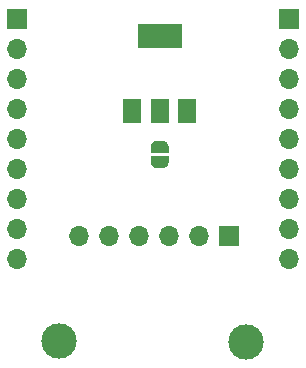
<source format=gbr>
%TF.GenerationSoftware,KiCad,Pcbnew,5.1.9-73d0e3b20d~88~ubuntu18.04.1*%
%TF.CreationDate,2021-11-28T01:15:10+02:00*%
%TF.ProjectId,ESP8266-Breakout,45535038-3236-4362-9d42-7265616b6f75,rev?*%
%TF.SameCoordinates,Original*%
%TF.FileFunction,Soldermask,Bot*%
%TF.FilePolarity,Negative*%
%FSLAX46Y46*%
G04 Gerber Fmt 4.6, Leading zero omitted, Abs format (unit mm)*
G04 Created by KiCad (PCBNEW 5.1.9-73d0e3b20d~88~ubuntu18.04.1) date 2021-11-28 01:15:10*
%MOMM*%
%LPD*%
G01*
G04 APERTURE LIST*
%ADD10R,1.500000X2.000000*%
%ADD11R,3.800000X2.000000*%
%ADD12C,0.100000*%
%ADD13O,1.700000X1.700000*%
%ADD14R,1.700000X1.700000*%
%ADD15C,3.000000*%
G04 APERTURE END LIST*
D10*
%TO.C,U101*%
X154950000Y-82650000D03*
X150350000Y-82650000D03*
X152650000Y-82650000D03*
D11*
X152650000Y-76350000D03*
%TD*%
D12*
%TO.C,JP501*%
G36*
X153400000Y-86500000D02*
G01*
X153400000Y-87000000D01*
X153399398Y-87000000D01*
X153399398Y-87024534D01*
X153394588Y-87073365D01*
X153385016Y-87121490D01*
X153370772Y-87168445D01*
X153351995Y-87213778D01*
X153328864Y-87257051D01*
X153301604Y-87297850D01*
X153270476Y-87335779D01*
X153235779Y-87370476D01*
X153197850Y-87401604D01*
X153157051Y-87428864D01*
X153113778Y-87451995D01*
X153068445Y-87470772D01*
X153021490Y-87485016D01*
X152973365Y-87494588D01*
X152924534Y-87499398D01*
X152900000Y-87499398D01*
X152900000Y-87500000D01*
X152400000Y-87500000D01*
X152400000Y-87499398D01*
X152375466Y-87499398D01*
X152326635Y-87494588D01*
X152278510Y-87485016D01*
X152231555Y-87470772D01*
X152186222Y-87451995D01*
X152142949Y-87428864D01*
X152102150Y-87401604D01*
X152064221Y-87370476D01*
X152029524Y-87335779D01*
X151998396Y-87297850D01*
X151971136Y-87257051D01*
X151948005Y-87213778D01*
X151929228Y-87168445D01*
X151914984Y-87121490D01*
X151905412Y-87073365D01*
X151900602Y-87024534D01*
X151900602Y-87000000D01*
X151900000Y-87000000D01*
X151900000Y-86500000D01*
X153400000Y-86500000D01*
G37*
G36*
X151900602Y-85700000D02*
G01*
X151900602Y-85675466D01*
X151905412Y-85626635D01*
X151914984Y-85578510D01*
X151929228Y-85531555D01*
X151948005Y-85486222D01*
X151971136Y-85442949D01*
X151998396Y-85402150D01*
X152029524Y-85364221D01*
X152064221Y-85329524D01*
X152102150Y-85298396D01*
X152142949Y-85271136D01*
X152186222Y-85248005D01*
X152231555Y-85229228D01*
X152278510Y-85214984D01*
X152326635Y-85205412D01*
X152375466Y-85200602D01*
X152400000Y-85200602D01*
X152400000Y-85200000D01*
X152900000Y-85200000D01*
X152900000Y-85200602D01*
X152924534Y-85200602D01*
X152973365Y-85205412D01*
X153021490Y-85214984D01*
X153068445Y-85229228D01*
X153113778Y-85248005D01*
X153157051Y-85271136D01*
X153197850Y-85298396D01*
X153235779Y-85329524D01*
X153270476Y-85364221D01*
X153301604Y-85402150D01*
X153328864Y-85442949D01*
X153351995Y-85486222D01*
X153370772Y-85531555D01*
X153385016Y-85578510D01*
X153394588Y-85626635D01*
X153399398Y-85675466D01*
X153399398Y-85700000D01*
X153400000Y-85700000D01*
X153400000Y-86200000D01*
X151900000Y-86200000D01*
X151900000Y-85700000D01*
X151900602Y-85700000D01*
G37*
%TD*%
D13*
%TO.C,J501*%
X145850000Y-93250000D03*
X148390000Y-93250000D03*
X150930000Y-93250000D03*
X153470000Y-93250000D03*
X156010000Y-93250000D03*
D14*
X158550000Y-93250000D03*
%TD*%
%TO.C,J101*%
X140600000Y-74900000D03*
D13*
X140600000Y-77440000D03*
X140600000Y-79980000D03*
X140600000Y-82520000D03*
X140600000Y-85060000D03*
X140600000Y-87600000D03*
X140600000Y-90140000D03*
X140600000Y-92680000D03*
X140600000Y-95220000D03*
%TD*%
%TO.C,J102*%
X163600000Y-95220000D03*
X163600000Y-92680000D03*
X163600000Y-90140000D03*
X163600000Y-87600000D03*
X163600000Y-85060000D03*
X163600000Y-82520000D03*
X163600000Y-79980000D03*
X163600000Y-77440000D03*
D14*
X163600000Y-74900000D03*
%TD*%
D15*
%TO.C,TP101*%
X144100000Y-102150000D03*
%TD*%
%TO.C,TP102*%
X160000000Y-102200000D03*
%TD*%
M02*

</source>
